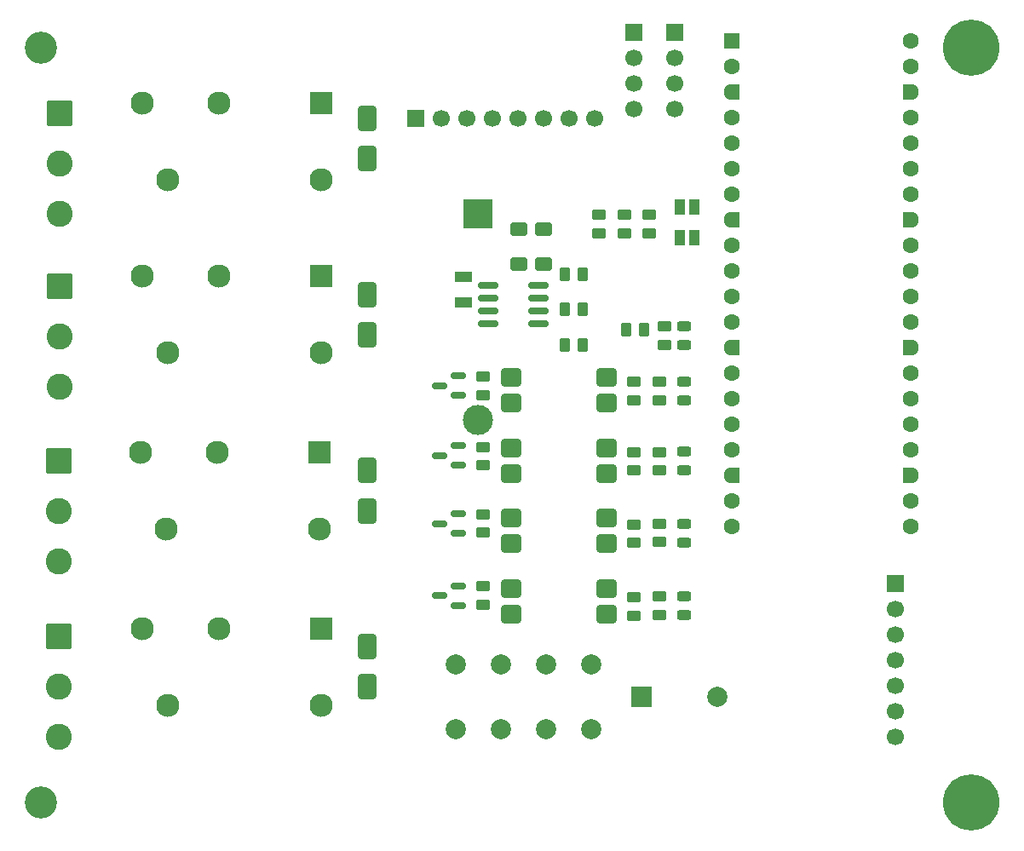
<source format=gbr>
%TF.GenerationSoftware,KiCad,Pcbnew,9.0.1*%
%TF.CreationDate,2025-06-21T17:37:17+02:00*%
%TF.ProjectId,PicoLogger,5069636f-4c6f-4676-9765-722e6b696361,rev?*%
%TF.SameCoordinates,Original*%
%TF.FileFunction,Soldermask,Top*%
%TF.FilePolarity,Negative*%
%FSLAX46Y46*%
G04 Gerber Fmt 4.6, Leading zero omitted, Abs format (unit mm)*
G04 Created by KiCad (PCBNEW 9.0.1) date 2025-06-21 17:37:17*
%MOMM*%
%LPD*%
G01*
G04 APERTURE LIST*
G04 Aperture macros list*
%AMRoundRect*
0 Rectangle with rounded corners*
0 $1 Rounding radius*
0 $2 $3 $4 $5 $6 $7 $8 $9 X,Y pos of 4 corners*
0 Add a 4 corners polygon primitive as box body*
4,1,4,$2,$3,$4,$5,$6,$7,$8,$9,$2,$3,0*
0 Add four circle primitives for the rounded corners*
1,1,$1+$1,$2,$3*
1,1,$1+$1,$4,$5*
1,1,$1+$1,$6,$7*
1,1,$1+$1,$8,$9*
0 Add four rect primitives between the rounded corners*
20,1,$1+$1,$2,$3,$4,$5,0*
20,1,$1+$1,$4,$5,$6,$7,0*
20,1,$1+$1,$6,$7,$8,$9,0*
20,1,$1+$1,$8,$9,$2,$3,0*%
%AMFreePoly0*
4,1,37,0.603843,0.796157,0.639018,0.796157,0.711114,0.766294,0.766294,0.711114,0.796157,0.639018,0.796157,0.603843,0.800000,0.600000,0.800000,-0.600000,0.796157,-0.603843,0.796157,-0.639018,0.766294,-0.711114,0.711114,-0.766294,0.639018,-0.796157,0.603843,-0.796157,0.600000,-0.800000,0.000000,-0.800000,0.000000,-0.796148,-0.078414,-0.796148,-0.232228,-0.765552,-0.377117,-0.705537,
-0.507515,-0.618408,-0.618408,-0.507515,-0.705537,-0.377117,-0.765552,-0.232228,-0.796148,-0.078414,-0.796148,0.078414,-0.765552,0.232228,-0.705537,0.377117,-0.618408,0.507515,-0.507515,0.618408,-0.377117,0.705537,-0.232228,0.765552,-0.078414,0.796148,0.000000,0.796148,0.000000,0.800000,0.600000,0.800000,0.603843,0.796157,0.603843,0.796157,$1*%
%AMFreePoly1*
4,1,37,0.000000,0.796148,0.078414,0.796148,0.232228,0.765552,0.377117,0.705537,0.507515,0.618408,0.618408,0.507515,0.705537,0.377117,0.765552,0.232228,0.796148,0.078414,0.796148,-0.078414,0.765552,-0.232228,0.705537,-0.377117,0.618408,-0.507515,0.507515,-0.618408,0.377117,-0.705537,0.232228,-0.765552,0.078414,-0.796148,0.000000,-0.796148,0.000000,-0.800000,-0.600000,-0.800000,
-0.603843,-0.796157,-0.639018,-0.796157,-0.711114,-0.766294,-0.766294,-0.711114,-0.796157,-0.639018,-0.796157,-0.603843,-0.800000,-0.600000,-0.800000,0.600000,-0.796157,0.603843,-0.796157,0.639018,-0.766294,0.711114,-0.711114,0.766294,-0.639018,0.796157,-0.603843,0.796157,-0.600000,0.800000,0.000000,0.800000,0.000000,0.796148,0.000000,0.796148,$1*%
G04 Aperture macros list end*
%ADD10R,1.700000X1.700000*%
%ADD11C,1.700000*%
%ADD12RoundRect,0.250000X0.262500X0.450000X-0.262500X0.450000X-0.262500X-0.450000X0.262500X-0.450000X0*%
%ADD13R,1.100000X1.500000*%
%ADD14RoundRect,0.250000X-0.450000X0.262500X-0.450000X-0.262500X0.450000X-0.262500X0.450000X0.262500X0*%
%ADD15RoundRect,0.250000X0.600000X-0.400000X0.600000X0.400000X-0.600000X0.400000X-0.600000X-0.400000X0*%
%ADD16RoundRect,0.250000X0.450000X-0.262500X0.450000X0.262500X-0.450000X0.262500X-0.450000X-0.262500X0*%
%ADD17RoundRect,0.243750X-0.456250X0.243750X-0.456250X-0.243750X0.456250X-0.243750X0.456250X0.243750X0*%
%ADD18C,5.600000*%
%ADD19RoundRect,0.250000X-0.262500X-0.450000X0.262500X-0.450000X0.262500X0.450000X-0.262500X0.450000X0*%
%ADD20C,2.000000*%
%ADD21RoundRect,0.250000X-0.650000X1.000000X-0.650000X-1.000000X0.650000X-1.000000X0.650000X1.000000X0*%
%ADD22C,3.200000*%
%ADD23R,2.300000X2.300000*%
%ADD24C,2.300000*%
%ADD25RoundRect,0.250000X-1.050000X1.050000X-1.050000X-1.050000X1.050000X-1.050000X1.050000X1.050000X0*%
%ADD26C,2.600000*%
%ADD27RoundRect,0.249999X0.750001X0.640001X-0.750001X0.640001X-0.750001X-0.640001X0.750001X-0.640001X0*%
%ADD28RoundRect,0.200000X-0.600000X-0.600000X0.600000X-0.600000X0.600000X0.600000X-0.600000X0.600000X0*%
%ADD29C,1.600000*%
%ADD30FreePoly0,0.000000*%
%ADD31FreePoly1,0.000000*%
%ADD32RoundRect,0.150000X-0.825000X-0.150000X0.825000X-0.150000X0.825000X0.150000X-0.825000X0.150000X0*%
%ADD33RoundRect,0.150000X0.587500X0.150000X-0.587500X0.150000X-0.587500X-0.150000X0.587500X-0.150000X0*%
%ADD34R,2.000000X2.000000*%
%ADD35R,1.800000X1.000000*%
%ADD36RoundRect,0.243750X0.456250X-0.243750X0.456250X0.243750X-0.456250X0.243750X-0.456250X-0.243750X0*%
%ADD37R,3.000000X3.000000*%
%ADD38C,3.000000*%
G04 APERTURE END LIST*
D10*
%TO.C,J8*%
X187000000Y-103260000D03*
D11*
X187000000Y-105800000D03*
X187000000Y-108340000D03*
X187000000Y-110880000D03*
X187000000Y-113420000D03*
X187000000Y-115960000D03*
X187000000Y-118500000D03*
%TD*%
D12*
%TO.C,R18*%
X155912500Y-72500000D03*
X154087500Y-72500000D03*
%TD*%
D13*
%TO.C,D5*%
X167000000Y-65825000D03*
X167000000Y-68825000D03*
X165500000Y-68825000D03*
X165500000Y-65825000D03*
%TD*%
D14*
%TO.C,R7*%
X162500000Y-66587500D03*
X162500000Y-68412500D03*
%TD*%
D15*
%TO.C,D10*%
X149500000Y-71500000D03*
X149500000Y-68000000D03*
%TD*%
D16*
%TO.C,R1*%
X163500000Y-85000000D03*
X163500000Y-83175000D03*
%TD*%
D17*
%TO.C,D3*%
X166000000Y-97270000D03*
X166000000Y-99145000D03*
%TD*%
D18*
%TO.C,H2*%
X194500000Y-50000000D03*
%TD*%
D10*
%TO.C,J1*%
X161000000Y-48460000D03*
D11*
X161000000Y-51000000D03*
X161000000Y-53540000D03*
X161000000Y-56080000D03*
%TD*%
D14*
%TO.C,R5*%
X157500000Y-66587500D03*
X157500000Y-68412500D03*
%TD*%
D19*
%TO.C,R19*%
X160175000Y-78000000D03*
X162000000Y-78000000D03*
%TD*%
D20*
%TO.C,SW2*%
X143250000Y-117750000D03*
X143250000Y-111250000D03*
X147750000Y-117750000D03*
X147750000Y-111250000D03*
%TD*%
D21*
%TO.C,D9*%
X134500000Y-109500000D03*
X134500000Y-113500000D03*
%TD*%
D16*
%TO.C,R15*%
X146000000Y-105325000D03*
X146000000Y-103500000D03*
%TD*%
D22*
%TO.C,H4*%
X102000000Y-125000000D03*
%TD*%
D23*
%TO.C,K2*%
X129875000Y-72700000D03*
D24*
X119715000Y-72700000D03*
X112095000Y-72700000D03*
X114635000Y-80320000D03*
X129875000Y-80320000D03*
%TD*%
D16*
%TO.C,R11*%
X161000000Y-106412500D03*
X161000000Y-104587500D03*
%TD*%
D25*
%TO.C,J6*%
X103827500Y-91000000D03*
D26*
X103827500Y-96000000D03*
X103827500Y-101000000D03*
%TD*%
D27*
%TO.C,U3*%
X158265000Y-99270000D03*
X158265000Y-96730000D03*
X148735000Y-96730000D03*
X148735000Y-99270000D03*
%TD*%
D17*
%TO.C,D2*%
X166000000Y-90125000D03*
X166000000Y-92000000D03*
%TD*%
D10*
%TO.C,J2*%
X165000000Y-48420000D03*
D11*
X165000000Y-50960000D03*
X165000000Y-53500000D03*
X165000000Y-56040000D03*
%TD*%
D16*
%TO.C,R13*%
X146000000Y-91500000D03*
X146000000Y-89675000D03*
%TD*%
D22*
%TO.C,H3*%
X102000000Y-50000000D03*
%TD*%
D18*
%TO.C,H1*%
X194500000Y-125000000D03*
%TD*%
D28*
%TO.C,A1*%
X170720000Y-49320000D03*
D29*
X170720000Y-51860000D03*
D30*
X170720000Y-54400000D03*
D29*
X170720000Y-56940000D03*
X170720000Y-59480000D03*
X170720000Y-62020000D03*
X170720000Y-64560000D03*
D30*
X170720000Y-67100000D03*
D29*
X170720000Y-69640000D03*
X170720000Y-72180000D03*
X170720000Y-74720000D03*
X170720000Y-77260000D03*
D30*
X170720000Y-79800000D03*
D29*
X170720000Y-82340000D03*
X170720000Y-84880000D03*
X170720000Y-87420000D03*
X170720000Y-89960000D03*
D30*
X170720000Y-92500000D03*
D29*
X170720000Y-95040000D03*
X170720000Y-97580000D03*
X188500000Y-97580000D03*
X188500000Y-95040000D03*
D31*
X188500000Y-92500000D03*
D29*
X188500000Y-89960000D03*
X188500000Y-87420000D03*
X188500000Y-84880000D03*
X188500000Y-82340000D03*
D31*
X188500000Y-79800000D03*
D29*
X188500000Y-77260000D03*
X188500000Y-74720000D03*
X188500000Y-72180000D03*
X188500000Y-69640000D03*
D31*
X188500000Y-67100000D03*
D29*
X188500000Y-64560000D03*
X188500000Y-62020000D03*
X188500000Y-59480000D03*
X188500000Y-56940000D03*
D31*
X188500000Y-54400000D03*
D29*
X188500000Y-51860000D03*
X188500000Y-49320000D03*
%TD*%
D32*
%TO.C,U5*%
X146525000Y-73595000D03*
X146525000Y-74865000D03*
X146525000Y-76135000D03*
X146525000Y-77405000D03*
X151475000Y-77405000D03*
X151475000Y-76135000D03*
X151475000Y-74865000D03*
X151475000Y-73595000D03*
%TD*%
D27*
%TO.C,U2*%
X158265000Y-92270000D03*
X158265000Y-89730000D03*
X148735000Y-89730000D03*
X148735000Y-92270000D03*
%TD*%
D33*
%TO.C,Q1*%
X143500000Y-84500000D03*
X143500000Y-82600000D03*
X141625000Y-83550000D03*
%TD*%
D16*
%TO.C,R12*%
X146000000Y-84500000D03*
X146000000Y-82675000D03*
%TD*%
D27*
%TO.C,U1*%
X158265000Y-85270000D03*
X158265000Y-82730000D03*
X148735000Y-82730000D03*
X148735000Y-85270000D03*
%TD*%
D33*
%TO.C,Q4*%
X143500000Y-105400000D03*
X143500000Y-103500000D03*
X141625000Y-104450000D03*
%TD*%
D23*
%TO.C,K4*%
X129875000Y-107700000D03*
D24*
X119715000Y-107700000D03*
X112095000Y-107700000D03*
X114635000Y-115320000D03*
X129875000Y-115320000D03*
%TD*%
D33*
%TO.C,Q2*%
X143500000Y-91450000D03*
X143500000Y-89550000D03*
X141625000Y-90500000D03*
%TD*%
D14*
%TO.C,R6*%
X160000000Y-66587500D03*
X160000000Y-68412500D03*
%TD*%
D17*
%TO.C,D4*%
X166000000Y-104500000D03*
X166000000Y-106375000D03*
%TD*%
D21*
%TO.C,D6*%
X134500000Y-57000000D03*
X134500000Y-61000000D03*
%TD*%
D20*
%TO.C,SW1*%
X152250000Y-117750000D03*
X152250000Y-111250000D03*
X156750000Y-117750000D03*
X156750000Y-111250000D03*
%TD*%
D16*
%TO.C,R14*%
X146000000Y-98182500D03*
X146000000Y-96357500D03*
%TD*%
%TO.C,R10*%
X161000000Y-99182500D03*
X161000000Y-97357500D03*
%TD*%
%TO.C,R8*%
X161000000Y-85000000D03*
X161000000Y-83175000D03*
%TD*%
D14*
%TO.C,R20*%
X164000000Y-77675000D03*
X164000000Y-79500000D03*
%TD*%
D17*
%TO.C,D1*%
X166000000Y-83150000D03*
X166000000Y-85025000D03*
%TD*%
D21*
%TO.C,D7*%
X134500000Y-74500000D03*
X134500000Y-78500000D03*
%TD*%
D34*
%TO.C,BZ1*%
X161700000Y-114500000D03*
D20*
X169300000Y-114500000D03*
%TD*%
D23*
%TO.C,K3*%
X129740000Y-90200000D03*
D24*
X119580000Y-90200000D03*
X111960000Y-90200000D03*
X114500000Y-97820000D03*
X129740000Y-97820000D03*
%TD*%
D25*
%TO.C,J4*%
X103900000Y-56500000D03*
D26*
X103900000Y-61500000D03*
X103900000Y-66500000D03*
%TD*%
D25*
%TO.C,J7*%
X103827500Y-108440000D03*
D26*
X103827500Y-113440000D03*
X103827500Y-118440000D03*
%TD*%
D16*
%TO.C,R2*%
X163500000Y-92000000D03*
X163500000Y-90175000D03*
%TD*%
%TO.C,R3*%
X163500000Y-99095000D03*
X163500000Y-97270000D03*
%TD*%
%TO.C,R9*%
X161000000Y-92000000D03*
X161000000Y-90175000D03*
%TD*%
D15*
%TO.C,D11*%
X152000000Y-71500000D03*
X152000000Y-68000000D03*
%TD*%
D35*
%TO.C,Y1*%
X144000000Y-75250000D03*
X144000000Y-72750000D03*
%TD*%
D12*
%TO.C,R17*%
X155912500Y-76000000D03*
X154087500Y-76000000D03*
%TD*%
D23*
%TO.C,K1*%
X129875000Y-55500000D03*
D24*
X119715000Y-55500000D03*
X112095000Y-55500000D03*
X114635000Y-63120000D03*
X129875000Y-63120000D03*
%TD*%
D21*
%TO.C,D8*%
X134500000Y-92000000D03*
X134500000Y-96000000D03*
%TD*%
D25*
%TO.C,J5*%
X103900000Y-73700000D03*
D26*
X103900000Y-78700000D03*
X103900000Y-83700000D03*
%TD*%
D16*
%TO.C,R4*%
X163500000Y-106325000D03*
X163500000Y-104500000D03*
%TD*%
D12*
%TO.C,R16*%
X155912500Y-79500000D03*
X154087500Y-79500000D03*
%TD*%
D36*
%TO.C,D12*%
X166000000Y-79500000D03*
X166000000Y-77625000D03*
%TD*%
D27*
%TO.C,U4*%
X158265000Y-106270000D03*
X158265000Y-103730000D03*
X148735000Y-103730000D03*
X148735000Y-106270000D03*
%TD*%
D33*
%TO.C,Q3*%
X143500000Y-98220000D03*
X143500000Y-96320000D03*
X141625000Y-97270000D03*
%TD*%
D10*
%TO.C,J3*%
X139260000Y-57000000D03*
D11*
X141800000Y-57000000D03*
X144340000Y-57000000D03*
X146880000Y-57000000D03*
X149420000Y-57000000D03*
X151960000Y-57000000D03*
X154500000Y-57000000D03*
X157040000Y-57000000D03*
%TD*%
D37*
%TO.C,BT1*%
X145500000Y-66510000D03*
D38*
X145500000Y-87000000D03*
%TD*%
M02*

</source>
